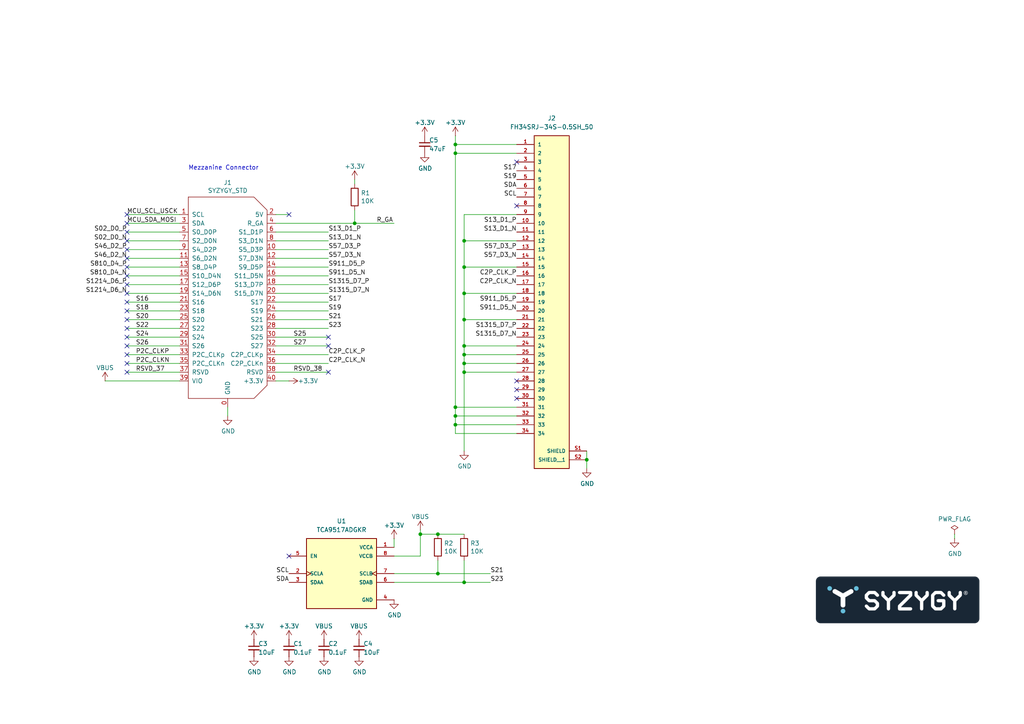
<source format=kicad_sch>
(kicad_sch (version 20231120) (generator "eeschema") (generator_version "8.0")
  (paper "A4")
  (title_block (title "SZG-TEMPLATE-STD") (date "2021-04-01") (rev "A") (company "Opal Kelly Incorporated"))
  (lib_symbols
    (symbol "library:C_Small" (pin_numbers hide) (pin_names (offset 0.254) hide)
      (property "Reference" "C" (at 0.254 1.778 0))
      (property "Value" "C_Small" (at 0.254 -2.032 0))
      (symbol "C_Small_0_1"
        (polyline (pts (xy -1.524 -0.508) (xy 1.524 -0.508)) (stroke (width 0.3302)))
        (polyline (pts (xy -1.524 0.508) (xy 1.524 0.508)) (stroke (width 0.3048)))
      )
      (symbol "C_Small_1_1"
        (pin passive line (at 0 2.54 270) (length 2.032) (name "~") (number "1"))
        (pin passive line (at 0 -2.54 90) (length 2.032) (name "~") (number "2"))
      )
    )
    (symbol "library:FH34SRJ-34S-0.5SH_50" (pin_names (offset 1.016))
      (property "Reference" "J" (at -5.58 45.72 0))
      (property "Value" "FH34SRJ-34S-0.5SH_50" (at -5.08 -53.34 0))
      (symbol "FH34SRJ-34S-0.5SH_50_0_0"
        (rectangle (start -5.08 -50.8) (end 5.08 45.72) (stroke (width 0.254)) (fill (type background)))
        (pin passive line (at -10.16 43.18 0) (length 5.08) (name "1") (number "1"))
        (pin passive line (at -10.16 20.32 0) (length 5.08) (name "10") (number "10"))
        (pin passive line (at -10.16 17.78 0) (length 5.08) (name "11") (number "11"))
        (pin passive line (at -10.16 15.24 0) (length 5.08) (name "12") (number "12"))
        (pin passive line (at -10.16 12.7 0) (length 5.08) (name "13") (number "13"))
        (pin passive line (at -10.16 10.16 0) (length 5.08) (name "14") (number "14"))
        (pin passive line (at -10.16 7.62 0) (length 5.08) (name "15") (number "15"))
        (pin passive line (at -10.16 5.08 0) (length 5.08) (name "16") (number "16"))
        (pin passive line (at -10.16 2.54 0) (length 5.08) (name "17") (number "17"))
        (pin passive line (at -10.16 0 0) (length 5.08) (name "18") (number "18"))
        (pin passive line (at -10.16 -2.54 0) (length 5.08) (name "19") (number "19"))
        (pin passive line (at -10.16 40.64 0) (length 5.08) (name "2") (number "2"))
        (pin passive line (at -10.16 -5.08 0) (length 5.08) (name "20") (number "20"))
        (pin passive line (at -10.16 -7.62 0) (length 5.08) (name "21") (number "21"))
        (pin passive line (at -10.16 -10.16 0) (length 5.08) (name "22") (number "22"))
        (pin passive line (at -10.16 -12.7 0) (length 5.08) (name "23") (number "23"))
        (pin passive line (at -10.16 -15.24 0) (length 5.08) (name "24") (number "24"))
        (pin passive line (at -10.16 -17.78 0) (length 5.08) (name "25") (number "25"))
        (pin passive line (at -10.16 -20.32 0) (length 5.08) (name "26") (number "26"))
        (pin passive line (at -10.16 -22.86 0) (length 5.08) (name "27") (number "27"))
        (pin passive line (at -10.16 -25.4 0) (length 5.08) (name "28") (number "28"))
        (pin passive line (at -10.16 -27.94 0) (length 5.08) (name "29") (number "29"))
        (pin passive line (at -10.16 38.1 0) (length 5.08) (name "3") (number "3"))
        (pin passive line (at -10.16 -30.48 0) (length 5.08) (name "30") (number "30"))
        (pin passive line (at -10.16 -33.02 0) (length 5.08) (name "31") (number "31"))
        (pin passive line (at -10.16 -35.56 0) (length 5.08) (name "32") (number "32"))
        (pin passive line (at -10.16 -38.1 0) (length 5.08) (name "33") (number "33"))
        (pin passive line (at -10.16 -40.64 0) (length 5.08) (name "34") (number "34"))
        (pin passive line (at -10.16 35.56 0) (length 5.08) (name "4") (number "4"))
        (pin passive line (at -10.16 33.02 0) (length 5.08) (name "5") (number "5"))
        (pin passive line (at -10.16 30.48 0) (length 5.08) (name "6") (number "6"))
        (pin passive line (at -10.16 27.94 0) (length 5.08) (name "7") (number "7"))
        (pin passive line (at -10.16 25.4 0) (length 5.08) (name "8") (number "8"))
        (pin passive line (at -10.16 22.86 0) (length 5.08) (name "9") (number "9"))
        (pin passive line (at 10.16 -45.72 180) (length 5.08) (name "SHIELD") (number "S1"))
        (pin passive line (at 10.16 -48.26 180) (length 5.08) (name "SHIELD__1") (number "S2"))
      )
    )
    (symbol "library:R" (pin_numbers hide) (pin_names (offset 0))
      (property "Reference" "R" (at 2.032 0 90))
      (property "Value" "R" (at 0 0 90))
      (symbol "R_0_1"
        (rectangle (start -1.016 -2.54) (end 1.016 2.54) (stroke (width 0.254)))
      )
      (symbol "R_1_1"
        (pin passive line (at 0 3.81 270) (length 1.27) (name "~") (number "1"))
        (pin passive line (at 0 -3.81 90) (length 1.27) (name "~") (number "2"))
      )
    )
    (symbol "library:SYZYGY_STD" (pin_names (offset 1.016))
      (property "Reference" "J" (at -10.16 30.48 0))
      (property "Value" "SYZYGY_STD" (at -10.16 27.94 0))
      (symbol "SYZYGY_STD_0_1"
        (polyline (pts (xy -11.43 26.67) (xy -11.43 -31.75) (xy 7.62 -31.75) (xy 11.43 -27.94)))
        (polyline (pts (xy 11.43 -27.94) (xy 11.43 22.86) (xy 7.62 26.67) (xy -11.43 26.67)))
      )
      (symbol "SYZYGY_STD_1_1"
        (pin passive line (at 0 -34.29 90) (length 2.54) (name "GND") (number "0"))
        (pin passive line (at -13.97 21.59 0) (length 2.54) (name "SCL") (number "1"))
        (pin passive line (at 13.97 11.43 180) (length 2.54) (name "S5_D3P") (number "10"))
        (pin passive line (at -13.97 8.89 0) (length 2.54) (name "S6_D2N") (number "11"))
        (pin passive line (at 13.97 8.89 180) (length 2.54) (name "S7_D3N") (number "12"))
        (pin passive line (at -13.97 6.35 0) (length 2.54) (name "S8_D4P") (number "13"))
        (pin passive line (at 13.97 6.35 180) (length 2.54) (name "S9_D5P") (number "14"))
        (pin passive line (at -13.97 3.81 0) (length 2.54) (name "S10_D4N") (number "15"))
        (pin passive line (at 13.97 3.81 180) (length 2.54) (name "S11_D5N") (number "16"))
        (pin passive line (at -13.97 1.27 0) (length 2.54) (name "S12_D6P") (number "17"))
        (pin passive line (at 13.97 1.27 180) (length 2.54) (name "S13_D7P") (number "18"))
        (pin passive line (at -13.97 -1.27 0) (length 2.54) (name "S14_D6N") (number "19"))
        (pin power_out line (at 13.97 21.59 180) (length 2.54) (name "5V") (number "2"))
        (pin passive line (at 13.97 -1.27 180) (length 2.54) (name "S15_D7N") (number "20"))
        (pin passive line (at -13.97 -3.81 0) (length 2.54) (name "S16") (number "21"))
        (pin passive line (at 13.97 -3.81 180) (length 2.54) (name "S17") (number "22"))
        (pin passive line (at -13.97 -6.35 0) (length 2.54) (name "S18") (number "23"))
        (pin passive line (at 13.97 -6.35 180) (length 2.54) (name "S19") (number "24"))
        (pin passive line (at -13.97 -8.89 0) (length 2.54) (name "S20") (number "25"))
        (pin passive line (at 13.97 -8.89 180) (length 2.54) (name "S21") (number "26"))
        (pin passive line (at -13.97 -11.43 0) (length 2.54) (name "S22") (number "27"))
        (pin passive line (at 13.97 -11.43 180) (length 2.54) (name "S23") (number "28"))
        (pin passive line (at -13.97 -13.97 0) (length 2.54) (name "S24") (number "29"))
        (pin passive line (at -13.97 19.05 0) (length 2.54) (name "SDA") (number "3"))
        (pin passive line (at 13.97 -13.97 180) (length 2.54) (name "S25") (number "30"))
        (pin passive line (at -13.97 -16.51 0) (length 2.54) (name "S26") (number "31"))
        (pin passive line (at 13.97 -16.51 180) (length 2.54) (name "S27") (number "32"))
        (pin passive line (at -13.97 -19.05 0) (length 2.54) (name "P2C_CLKp") (number "33"))
        (pin passive line (at 13.97 -19.05 180) (length 2.54) (name "C2P_CLKp") (number "34"))
        (pin passive line (at -13.97 -21.59 0) (length 2.54) (name "P2C_CLKn") (number "35"))
        (pin passive line (at 13.97 -21.59 180) (length 2.54) (name "C2P_CLKn") (number "36"))
        (pin passive line (at -13.97 -24.13 0) (length 2.54) (name "RSVD") (number "37"))
        (pin passive line (at 13.97 -24.13 180) (length 2.54) (name "RSVD") (number "38"))
        (pin power_out line (at -13.97 -26.67 0) (length 2.54) (name "VIO") (number "39"))
        (pin passive line (at 13.97 19.05 180) (length 2.54) (name "R_GA") (number "4"))
        (pin power_out line (at 13.97 -26.67 180) (length 2.54) (name "+3.3V") (number "40"))
        (pin passive line (at -13.97 16.51 0) (length 2.54) (name "S0_D0P") (number "5"))
        (pin passive line (at 13.97 16.51 180) (length 2.54) (name "S1_D1P") (number "6"))
        (pin passive line (at -13.97 13.97 0) (length 2.54) (name "S2_D0N") (number "7"))
        (pin passive line (at 13.97 13.97 180) (length 2.54) (name "S3_D1N") (number "8"))
        (pin passive line (at -13.97 11.43 0) (length 2.54) (name "S4_D2P") (number "9"))
      )
    )
    (symbol "library:TCA9517ADGKR" (pin_names (offset 1.016))
      (property "Reference" "U" (at -10.16 10.922 0))
      (property "Value" "TCA9517ADGKR" (at -10.16 -12.7 0))
      (symbol "TCA9517ADGKR_0_0"
        (rectangle (start -10.16 -10.16) (end 10.16 10.16) (stroke (width 0.254)) (fill (type background)))
        (pin power_in line (at 15.24 7.62 180) (length 5.08) (name "VCCA") (number "1"))
        (pin bidirectional clock (at -15.24 0 0) (length 5.08) (name "SCLA") (number "2"))
        (pin bidirectional line (at -15.24 -2.54 0) (length 5.08) (name "SDAA") (number "3"))
        (pin power_in line (at 15.24 -7.62 180) (length 5.08) (name "GND") (number "4"))
        (pin input line (at -15.24 5.08 0) (length 5.08) (name "EN") (number "5"))
        (pin bidirectional line (at 15.24 -2.54 180) (length 5.08) (name "SDAB") (number "6"))
        (pin bidirectional clock (at 15.24 0 180) (length 5.08) (name "SCLB") (number "7"))
        (pin power_in line (at 15.24 5.08 180) (length 5.08) (name "VCCB") (number "8"))
      )
    )
    (symbol "power:+3.3V" (power) (pin_numbers hide) (pin_names (offset 0) hide)
      (property "Value" "+3.3V" (at 0 3.556 0))
      (symbol "+3.3V_0_1"
        (polyline (pts (xy -0.762 1.27) (xy 0 2.54)))
        (polyline (pts (xy 0 0) (xy 0 2.54)))
        (polyline (pts (xy 0 2.54) (xy 0.762 1.27)))
      )
      (symbol "+3.3V_1_1"
        (pin power_in line (at 0 0 90) (length 0) (name "~") (number "1"))
      )
    )
    (symbol "power:GND" (power) (pin_numbers hide) (pin_names (offset 0) hide)
      (property "Value" "GND" (at 0 -3.81 0))
      (symbol "GND_0_1"
        (polyline (pts (xy 0 0) (xy 0 -1.27) (xy 1.27 -1.27) (xy 0 -2.54) (xy -1.27 -1.27) (xy 0 -1.27)))
      )
      (symbol "GND_1_1"
        (pin power_in line (at 0 0 270) (length 0) (name "~") (number "1"))
      )
    )
    (symbol "power:PWR_FLAG" (power) (pin_numbers hide) (pin_names (offset 0) hide)
      (property "Value" "PWR_FLAG" (at 0 3.81 0))
      (symbol "PWR_FLAG_0_0"
        (pin power_out line (at 0 0 90) (length 0) (name "~") (number "1"))
      )
      (symbol "PWR_FLAG_0_1"
        (polyline (pts (xy 0 0) (xy 0 1.27) (xy -1.016 1.905) (xy 0 2.54) (xy 1.016 1.905) (xy 0 1.27)))
      )
    )
    (symbol "power:VBUS" (power) (pin_numbers hide) (pin_names (offset 0) hide)
      (property "Value" "VBUS" (at 0 3.556 0))
      (symbol "VBUS_0_1"
        (polyline (pts (xy -0.762 1.27) (xy 0 2.54)))
        (polyline (pts (xy 0 0) (xy 0 2.54)))
        (polyline (pts (xy 0 2.54) (xy 0.762 1.27)))
      )
      (symbol "VBUS_1_1"
        (pin power_in line (at 0 0 90) (length 0) (name "~") (number "1"))
      )
    )
  )
  (junction (at 127 154.94))
  (junction (at 132.08 118.11))
  (junction (at 134.62 69.85))
  (junction (at 134.62 85.09))
  (junction (at 132.08 44.45))
  (junction (at 132.08 120.65))
  (junction (at 134.62 105.41))
  (junction (at 132.08 123.19))
  (junction (at 127 166.37))
  (junction (at 121.92 154.94))
  (junction (at 134.62 100.33))
  (junction (at 134.62 92.71))
  (junction (at 134.62 102.87))
  (junction (at 134.62 168.91))
  (junction (at 132.08 41.91))
  (junction (at 170.18 133.35))
  (junction (at 134.62 107.95))
  (junction (at 134.62 77.47))
  (junction (at 102.87 64.77))
  (no_connect (at 149.86 110.49))
  (no_connect (at 83.82 161.29))
  (no_connect (at 36.83 74.93))
  (no_connect (at 36.83 105.41))
  (no_connect (at 36.83 85.09))
  (no_connect (at 95.25 107.95))
  (no_connect (at 36.83 107.95))
  (no_connect (at 95.25 100.33))
  (no_connect (at 36.83 64.77))
  (no_connect (at 36.83 95.25))
  (no_connect (at 36.83 87.63))
  (no_connect (at 36.83 62.23))
  (no_connect (at 149.86 59.69))
  (no_connect (at 36.83 97.79))
  (no_connect (at 36.83 92.71))
  (no_connect (at 36.83 72.39))
  (no_connect (at 36.83 82.55))
  (no_connect (at 36.83 90.17))
  (no_connect (at 36.83 102.87))
  (no_connect (at 149.86 113.03))
  (no_connect (at 83.82 62.23))
  (no_connect (at 36.83 69.85))
  (no_connect (at 149.86 46.99))
  (no_connect (at 149.86 115.57))
  (no_connect (at 95.25 97.79))
  (no_connect (at 36.83 100.33))
  (no_connect (at 36.83 80.01))
  (no_connect (at 36.83 67.31))
  (no_connect (at 36.83 77.47))
  (wire (pts (xy 36.83 72.39) (xy 52.07 72.39)))
  (wire (pts (xy 66.04 118.11) (xy 66.04 120.65)))
  (wire (pts (xy 36.83 67.31) (xy 52.07 67.31)))
  (wire (pts (xy 170.18 130.81) (xy 170.18 133.35)))
  (wire (pts (xy 80.01 90.17) (xy 95.25 90.17)))
  (wire (pts (xy 36.83 82.55) (xy 52.07 82.55)))
  (wire (pts (xy 36.83 69.85) (xy 52.07 69.85)))
  (wire (pts (xy 134.62 77.47) (xy 149.86 77.47)))
  (wire (pts (xy 134.62 85.09) (xy 134.62 92.71)))
  (wire (pts (xy 102.87 64.77) (xy 102.87 60.96)))
  (wire (pts (xy 132.08 44.45) (xy 132.08 118.11)))
  (wire (pts (xy 134.62 102.87) (xy 149.86 102.87)))
  (wire (pts (xy 36.83 102.87) (xy 52.07 102.87)))
  (wire (pts (xy 36.83 95.25) (xy 52.07 95.25)))
  (wire (pts (xy 36.83 85.09) (xy 52.07 85.09)))
  (wire (pts (xy 36.83 107.95) (xy 52.07 107.95)))
  (wire (pts (xy 80.01 110.49) (xy 83.82 110.49)))
  (wire (pts (xy 30.48 110.49) (xy 52.07 110.49)))
  (wire (pts (xy 36.83 90.17) (xy 52.07 90.17)))
  (wire (pts (xy 80.01 105.41) (xy 95.25 105.41)))
  (wire (pts (xy 134.62 77.47) (xy 134.62 85.09)))
  (wire (pts (xy 132.08 125.73) (xy 149.86 125.73)))
  (wire (pts (xy 149.86 44.45) (xy 132.08 44.45)))
  (wire (pts (xy 132.08 41.91) (xy 149.86 41.91)))
  (wire (pts (xy 142.24 168.91) (xy 134.62 168.91)))
  (wire (pts (xy 134.62 107.95) (xy 149.86 107.95)))
  (wire (pts (xy 127 154.94) (xy 134.62 154.94)))
  (wire (pts (xy 134.62 102.87) (xy 134.62 105.41)))
  (wire (pts (xy 80.01 67.31) (xy 95.25 67.31)))
  (wire (pts (xy 121.92 161.29) (xy 114.3 161.29)))
  (wire (pts (xy 134.62 100.33) (xy 134.62 102.87)))
  (wire (pts (xy 36.83 80.01) (xy 52.07 80.01)))
  (wire (pts (xy 132.08 41.91) (xy 132.08 39.37)))
  (wire (pts (xy 80.01 85.09) (xy 95.25 85.09)))
  (wire (pts (xy 36.83 100.33) (xy 52.07 100.33)))
  (wire (pts (xy 80.01 82.55) (xy 95.25 82.55)))
  (wire (pts (xy 134.62 105.41) (xy 134.62 107.95)))
  (wire (pts (xy 80.01 92.71) (xy 95.25 92.71)))
  (wire (pts (xy 170.18 133.35) (xy 170.18 135.89)))
  (wire (pts (xy 134.62 62.23) (xy 134.62 69.85)))
  (wire (pts (xy 149.86 123.19) (xy 132.08 123.19)))
  (wire (pts (xy 276.86 156.21) (xy 276.86 154.94)))
  (wire (pts (xy 80.01 95.25) (xy 95.25 95.25)))
  (wire (pts (xy 80.01 100.33) (xy 95.25 100.33)))
  (wire (pts (xy 80.01 62.23) (xy 83.82 62.23)))
  (wire (pts (xy 121.92 153.67) (xy 121.92 154.94)))
  (wire (pts (xy 121.92 154.94) (xy 127 154.94)))
  (wire (pts (xy 134.62 85.09) (xy 149.86 85.09)))
  (wire (pts (xy 80.01 64.77) (xy 102.87 64.77)))
  (wire (pts (xy 134.62 92.71) (xy 149.86 92.71)))
  (wire (pts (xy 134.62 162.56) (xy 134.62 168.91)))
  (wire (pts (xy 134.62 107.95) (xy 134.62 130.81)))
  (wire (pts (xy 36.83 105.41) (xy 52.07 105.41)))
  (wire (pts (xy 36.83 74.93) (xy 52.07 74.93)))
  (wire (pts (xy 149.86 62.23) (xy 134.62 62.23)))
  (wire (pts (xy 36.83 62.23) (xy 52.07 62.23)))
  (wire (pts (xy 36.83 97.79) (xy 52.07 97.79)))
  (wire (pts (xy 114.3 156.21) (xy 114.3 158.75)))
  (wire (pts (xy 132.08 120.65) (xy 132.08 123.19)))
  (wire (pts (xy 36.83 92.71) (xy 52.07 92.71)))
  (wire (pts (xy 134.62 168.91) (xy 114.3 168.91)))
  (wire (pts (xy 80.01 97.79) (xy 95.25 97.79)))
  (wire (pts (xy 80.01 87.63) (xy 95.25 87.63)))
  (wire (pts (xy 132.08 118.11) (xy 149.86 118.11)))
  (wire (pts (xy 80.01 74.93) (xy 95.25 74.93)))
  (wire (pts (xy 134.62 69.85) (xy 149.86 69.85)))
  (wire (pts (xy 80.01 72.39) (xy 95.25 72.39)))
  (wire (pts (xy 36.83 87.63) (xy 52.07 87.63)))
  (wire (pts (xy 132.08 123.19) (xy 132.08 125.73)))
  (wire (pts (xy 102.87 64.77) (xy 114.3 64.77)))
  (wire (pts (xy 127 166.37) (xy 114.3 166.37)))
  (wire (pts (xy 134.62 105.41) (xy 149.86 105.41)))
  (wire (pts (xy 132.08 44.45) (xy 132.08 41.91)))
  (wire (pts (xy 80.01 77.47) (xy 95.25 77.47)))
  (wire (pts (xy 121.92 154.94) (xy 121.92 161.29)))
  (wire (pts (xy 102.87 53.34) (xy 102.87 52.07)))
  (wire (pts (xy 132.08 120.65) (xy 149.86 120.65)))
  (wire (pts (xy 134.62 69.85) (xy 134.62 77.47)))
  (wire (pts (xy 80.01 69.85) (xy 95.25 69.85)))
  (wire (pts (xy 127 162.56) (xy 127 166.37)))
  (wire (pts (xy 80.01 80.01) (xy 95.25 80.01)))
  (wire (pts (xy 134.62 92.71) (xy 134.62 100.33)))
  (wire (pts (xy 132.08 118.11) (xy 132.08 120.65)))
  (wire (pts (xy 134.62 100.33) (xy 149.86 100.33)))
  (wire (pts (xy 36.83 77.47) (xy 52.07 77.47)))
  (wire (pts (xy 80.01 102.87) (xy 95.25 102.87)))
  (wire (pts (xy 80.01 107.95) (xy 95.25 107.95)))
  (wire (pts (xy 142.24 166.37) (xy 127 166.37)))
  (wire (pts (xy 36.83 64.77) (xy 52.07 64.77)))
  (image (at 260.35 173.99) (scale 0.189333))
  (text "Mezzanine Connector" (at 54.61 49.53 0) (effects (font (size 1.27 1.27)) (justify left bottom)))
  (label "C2P_CLK_P" (at 149.86 80.01 180))
  (label "SDA" (at 149.86 54.61 180))
  (label "S1315_D7_N" (at 95.25 85.09 0))
  (label "S23" (at 95.25 95.25 0))
  (label "S20" (at 39.37 92.71 0))
  (label "S911_D5_N" (at 149.86 90.17 180))
  (label "S23" (at 142.24 168.91 0))
  (label "C2P_CLK_N" (at 95.25 105.41 0))
  (label "S57_D3_P" (at 149.86 72.39 180))
  (label "S21" (at 95.25 92.71 0))
  (label "S02_D0_N" (at 36.83 69.85 180))
  (label "S1315_D7_P" (at 149.86 95.25 180))
  (label "S21" (at 142.24 166.37 0))
  (label "S24" (at 39.37 97.79 0))
  (label "S57_D3_P" (at 95.25 72.39 0))
  (label "S911_D5_P" (at 95.25 77.47 0))
  (label "SCL" (at 149.86 57.15 180))
  (label "SDA" (at 83.82 168.91 180))
  (label "S18" (at 39.37 90.17 0))
  (label "RSVD_37" (at 39.37 107.95 0))
  (label "S25" (at 85.09 97.79 0))
  (label "S22" (at 39.37 95.25 0))
  (label "MCU_SCL_USCK" (at 36.83 62.23 0))
  (label "S02_D0_P" (at 36.83 67.31 180))
  (label "RSVD_38" (at 85.09 107.95 0))
  (label "S17" (at 149.86 49.53 180))
  (label "S16" (at 39.37 87.63 0))
  (label "S19" (at 95.25 90.17 0))
  (label "S810_D4_N" (at 36.83 80.01 180))
  (label "S1315_D7_N" (at 149.86 97.79 180))
  (label "SCL" (at 83.82 166.37 180))
  (label "S13_D1_P" (at 149.86 64.77 180))
  (label "P2C_CLKN" (at 39.37 105.41 0))
  (label "S57_D3_N" (at 95.25 74.93 0))
  (label "S46_D2_N" (at 36.83 74.93 180))
  (label "S27" (at 85.09 100.33 0))
  (label "S1214_D6_P" (at 36.83 82.55 180))
  (label "S911_D5_N" (at 95.25 80.01 0))
  (label "S13_D1_N" (at 149.86 67.31 180))
  (label "S19" (at 149.86 52.07 180))
  (label "R_GA" (at 109.22 64.77 0))
  (label "S1315_D7_P" (at 95.25 82.55 0))
  (label "S1214_D6_N" (at 36.83 85.09 180))
  (label "S57_D3_N" (at 149.86 74.93 180))
  (label "S26" (at 39.37 100.33 0))
  (label "MCU_SDA_MOSI" (at 36.83 64.77 0))
  (label "P2C_CLKP" (at 39.37 102.87 0))
  (label "S911_D5_P" (at 149.86 87.63 180))
  (label "C2P_CLK_N" (at 149.86 82.55 180))
  (label "S46_D2_P" (at 36.83 72.39 180))
  (label "S13_D1_N" (at 95.25 69.85 0))
  (label "S13_D1_P" (at 95.25 67.31 0))
  (label "S810_D4_P" (at 36.83 77.47 180))
  (label "S17" (at 95.25 87.63 0))
  (label "C2P_CLK_P" (at 95.25 102.87 0))
  (symbol (lib_id "power:GND") (at 66.04 120.65 0) (unit 1)
    (property "Reference" "#PWR0101" (effects (hide yes)))
    (property "Value" "GND" (at 66.167 125.0442 0))
    (property "Description" "Power symbol creates a global label with name \"GND\" , ground" (effects (hide yes)))
  )
  (symbol (lib_id "library:R") (at 102.87 57.15 0) (unit 1)
    (property "Reference" "R1" (at 104.648 55.9816 0) (effects (justify left)))
    (property "Value" "10K" (at 104.648 58.293 0) (effects (justify left)))
    (property "Footprint" "library:R_0603_1608Metric" (effects (hide yes)))
    (property "Description" "Resistor" (effects (hide yes)))
  )
  (symbol (lib_id "library:SYZYGY_STD") (at 66.04 83.82 0) (unit 1)
    (property "Reference" "J1" (at 66.04 52.959 0))
    (property "Value" "SYZYGY_STD" (at 66.04 55.2704 0))
    (property "Footprint" "library:QTE-020-01-F-D-A" (effects (hide yes)))
    (property "Datasheet" "http://suddendocs.samtec.com/catalog_english/qte.pdf" (effects (hide yes)))
    (property "Description" "Q Strip® High-Speed Ground Plane Header, 0.80mm Pitch" (effects (hide yes)))
    (property "Manufacturer" "Samtec" (effects (hide yes)))
    (property "Manufacturer_PN" "QTE-020-01-F-D-A" (effects (hide yes)))
  )
  (symbol (lib_id "power:PWR_FLAG") (at 276.86 154.94 0) (unit 1)
    (property "Reference" "#FLG0101" (effects (hide yes)))
    (property "Value" "PWR_FLAG" (at 276.86 150.5458 0))
    (property "Description" "Special symbol for telling ERC where power comes from" (effects (hide yes)))
  )
  (symbol (lib_id "power:GND") (at 276.86 156.21 0) (unit 1)
    (property "Reference" "#PWR0105" (effects (hide yes)))
    (property "Value" "GND" (at 276.987 160.6042 0))
    (property "Description" "Power symbol creates a global label with name \"GND\" , ground" (effects (hide yes)))
  )
  (symbol (lib_id "library:C_Small") (at 104.14 187.96 0) (unit 1)
    (property "Reference" "C4" (at 105.41 186.69 0) (effects (justify left)))
    (property "Value" "10uF" (at 105.41 189.23 0) (effects (justify left)))
    (property "Footprint" "library:C_0603_1608Metric" (effects (hide yes)))
    (property "Description" "Unpolarized capacitor, small symbol" (effects (hide yes)))
  )
  (symbol (lib_id "power:+3.3V") (at 73.66 185.42 0) (unit 1)
    (property "Reference" "#PWR012" (effects (hide yes)))
    (property "Value" "+3.3V" (at 73.66 181.61 0))
    (property "Description" "Power symbol creates a global label with name \"+3.3V\"" (effects (hide yes)))
  )
  (symbol (lib_id "power:+3.3V") (at 83.82 110.49 270) (unit 1)
    (property "Reference" "#PWR09" (effects (hide yes)))
    (property "Value" "+3.3V" (at 86.36 110.49 90) (effects (justify left)))
    (property "Description" "Power symbol creates a global label with name \"+3.3V\"" (effects (hide yes)))
  )
  (symbol (lib_id "library:C_Small") (at 123.19 41.91 0) (unit 1)
    (property "Reference" "C5" (at 124.46 40.64 0) (effects (justify left)))
    (property "Value" "47uF" (at 124.46 43.18 0) (effects (justify left)))
    (property "Footprint" "library:C_0805_2012Metric" (effects (hide yes)))
    (property "Description" "Unpolarized capacitor, small symbol" (effects (hide yes)))
  )
  (symbol (lib_id "power:VBUS") (at 104.14 185.42 0) (unit 1)
    (property "Reference" "#PWR016" (effects (hide yes)))
    (property "Value" "VBUS" (at 104.14 181.61 0))
    (property "Description" "Power symbol creates a global label with name \"VBUS\"" (effects (hide yes)))
  )
  (symbol (lib_id "library:C_Small") (at 83.82 187.96 0) (unit 1)
    (property "Reference" "C1" (at 85.09 186.69 0) (effects (justify left)))
    (property "Value" "0.1uF" (at 85.09 189.23 0) (effects (justify left)))
    (property "Footprint" "library:C_0603_1608Metric" (effects (hide yes)))
    (property "Description" "Unpolarized capacitor, small symbol" (effects (hide yes)))
  )
  (symbol (lib_id "power:GND") (at 134.62 130.81 0) (unit 1)
    (property "Reference" "#PWR02" (effects (hide yes)))
    (property "Value" "GND" (at 134.747 135.2042 0))
    (property "Description" "Power symbol creates a global label with name \"GND\" , ground" (effects (hide yes)))
  )
  (symbol (lib_id "library:FH34SRJ-34S-0.5SH_50") (at 160.02 85.09 0) (unit 1)
    (property "Reference" "J2" (at 160.02 34.29 0))
    (property "Value" "FH34SRJ-34S-0.5SH_50" (at 160.02 36.83 0))
    (property "Footprint" "library:HRS_FH34SRJ-34S-0.5SH_50_" (effects (hide yes)))
    (property "MANUFACTURER" "HRS" (effects (hide yes)))
  )
  (symbol (lib_id "power:GND") (at 104.14 190.5 0) (unit 1)
    (property "Reference" "#PWR017" (effects (hide yes)))
    (property "Value" "GND" (at 104.267 194.8942 0))
    (property "Description" "Power symbol creates a global label with name \"GND\" , ground" (effects (hide yes)))
  )
  (symbol (lib_id "power:VBUS") (at 93.98 185.42 0) (unit 1)
    (property "Reference" "#PWR014" (effects (hide yes)))
    (property "Value" "VBUS" (at 93.98 181.61 0))
    (property "Description" "Power symbol creates a global label with name \"VBUS\"" (effects (hide yes)))
  )
  (symbol (lib_id "library:C_Small") (at 93.98 187.96 0) (unit 1)
    (property "Reference" "C2" (at 95.25 186.69 0) (effects (justify left)))
    (property "Value" "0.1uF" (at 95.25 189.23 0) (effects (justify left)))
    (property "Footprint" "library:C_0603_1608Metric" (effects (hide yes)))
    (property "Description" "Unpolarized capacitor, small symbol" (effects (hide yes)))
  )
  (symbol (lib_id "power:GND") (at 170.18 135.89 0) (unit 1)
    (property "Reference" "#PWR03" (effects (hide yes)))
    (property "Value" "GND" (at 170.307 140.2842 0))
    (property "Description" "Power symbol creates a global label with name \"GND\" , ground" (effects (hide yes)))
  )
  (symbol (lib_id "power:GND") (at 73.66 190.5 0) (unit 1)
    (property "Reference" "#PWR015" (effects (hide yes)))
    (property "Value" "GND" (at 73.787 194.8942 0))
    (property "Description" "Power symbol creates a global label with name \"GND\" , ground" (effects (hide yes)))
  )
  (symbol (lib_id "library:R") (at 134.62 158.75 0) (unit 1)
    (property "Reference" "R3" (at 136.398 157.5816 0) (effects (justify left)))
    (property "Value" "10K" (at 136.398 159.893 0) (effects (justify left)))
    (property "Footprint" "library:R_0603_1608Metric" (effects (hide yes)))
    (property "Description" "Resistor" (effects (hide yes)))
  )
  (symbol (lib_id "power:+3.3V") (at 123.19 39.37 0) (unit 1)
    (property "Reference" "#PWR018" (effects (hide yes)))
    (property "Value" "+3.3V" (at 123.19 35.56 0))
    (property "Description" "Power symbol creates a global label with name \"+3.3V\"" (effects (hide yes)))
  )
  (symbol (lib_id "power:GND") (at 83.82 190.5 0) (unit 1)
    (property "Reference" "#PWR010" (effects (hide yes)))
    (property "Value" "GND" (at 83.947 194.8942 0))
    (property "Description" "Power symbol creates a global label with name \"GND\" , ground" (effects (hide yes)))
  )
  (symbol (lib_id "power:+3.3V") (at 132.08 39.37 0) (unit 1)
    (property "Reference" "#PWR01" (effects (hide yes)))
    (property "Value" "+3.3V" (at 132.08 35.56 0))
    (property "Description" "Power symbol creates a global label with name \"+3.3V\"" (effects (hide yes)))
  )
  (symbol (lib_id "power:+3.3V") (at 83.82 185.42 0) (unit 1)
    (property "Reference" "#PWR011" (effects (hide yes)))
    (property "Value" "+3.3V" (at 83.82 181.61 0))
    (property "Description" "Power symbol creates a global label with name \"+3.3V\"" (effects (hide yes)))
  )
  (symbol (lib_id "power:VBUS") (at 30.48 110.49 0) (unit 1)
    (property "Reference" "#PWR06" (effects (hide yes)))
    (property "Value" "VBUS" (at 30.48 106.68 0))
    (property "Description" "Power symbol creates a global label with name \"VBUS\"" (effects (hide yes)))
  )
  (symbol (lib_id "power:GND") (at 123.19 44.45 0) (unit 1)
    (property "Reference" "#PWR019" (effects (hide yes)))
    (property "Value" "GND" (at 123.317 48.8442 0))
    (property "Description" "Power symbol creates a global label with name \"GND\" , ground" (effects (hide yes)))
  )
  (symbol (lib_id "power:+3.3V") (at 102.87 52.07 0) (unit 1)
    (property "Reference" "#PWR08" (effects (hide yes)))
    (property "Value" "+3.3V" (at 102.87 48.26 0))
    (property "Description" "Power symbol creates a global label with name \"+3.3V\"" (effects (hide yes)))
  )
  (symbol (lib_id "power:+3.3V") (at 114.3 156.21 0) (unit 1)
    (property "Reference" "#PWR05" (effects (hide yes)))
    (property "Value" "+3.3V" (at 114.3 152.4 0))
    (property "Description" "Power symbol creates a global label with name \"+3.3V\"" (effects (hide yes)))
  )
  (symbol (lib_id "power:GND") (at 114.3 173.99 0) (unit 1)
    (property "Reference" "#PWR04" (effects (hide yes)))
    (property "Value" "GND" (at 114.427 178.3842 0))
    (property "Description" "Power symbol creates a global label with name \"GND\" , ground" (effects (hide yes)))
  )
  (symbol (lib_id "library:R") (at 127 158.75 0) (unit 1)
    (property "Reference" "R2" (at 128.778 157.5816 0) (effects (justify left)))
    (property "Value" "10K" (at 128.778 159.893 0) (effects (justify left)))
    (property "Footprint" "library:R_0603_1608Metric" (effects (hide yes)))
    (property "Description" "Resistor" (effects (hide yes)))
  )
  (symbol (lib_id "library:C_Small") (at 73.66 187.96 0) (unit 1)
    (property "Reference" "C3" (at 74.93 186.69 0) (effects (justify left)))
    (property "Value" "10uF" (at 74.93 189.23 0) (effects (justify left)))
    (property "Footprint" "library:C_0603_1608Metric" (effects (hide yes)))
    (property "Description" "Unpolarized capacitor, small symbol" (effects (hide yes)))
  )
  (symbol (lib_id "power:GND") (at 93.98 190.5 0) (unit 1)
    (property "Reference" "#PWR013" (effects (hide yes)))
    (property "Value" "GND" (at 94.107 194.8942 0))
    (property "Description" "Power symbol creates a global label with name \"GND\" , ground" (effects (hide yes)))
  )
  (symbol (lib_id "power:VBUS") (at 121.92 153.67 0) (unit 1)
    (property "Reference" "#PWR07" (effects (hide yes)))
    (property "Value" "VBUS" (at 121.92 149.86 0))
    (property "Description" "Power symbol creates a global label with name \"VBUS\"" (effects (hide yes)))
  )
  (symbol (lib_id "library:TCA9517ADGKR") (at 99.06 166.37 0) (unit 1)
    (property "Reference" "U1" (at 99.06 151.13 0))
    (property "Value" "TCA9517ADGKR" (at 99.06 153.67 0))
    (property "Footprint" "library:IC_TCA9517ADGKR" (effects (hide yes)))
    (property "PARTREV" "C" (effects (hide yes)))
    (property "STANDARD" "Manufacturer Recommendations" (effects (hide yes)))
    (property "MAXIMUM_PACKAGE_HEIGHT" "1.1mm" (effects (hide yes)))
    (property "MANUFACTURER" "Texas Instruments" (effects (hide yes)))
  )
)
</source>
